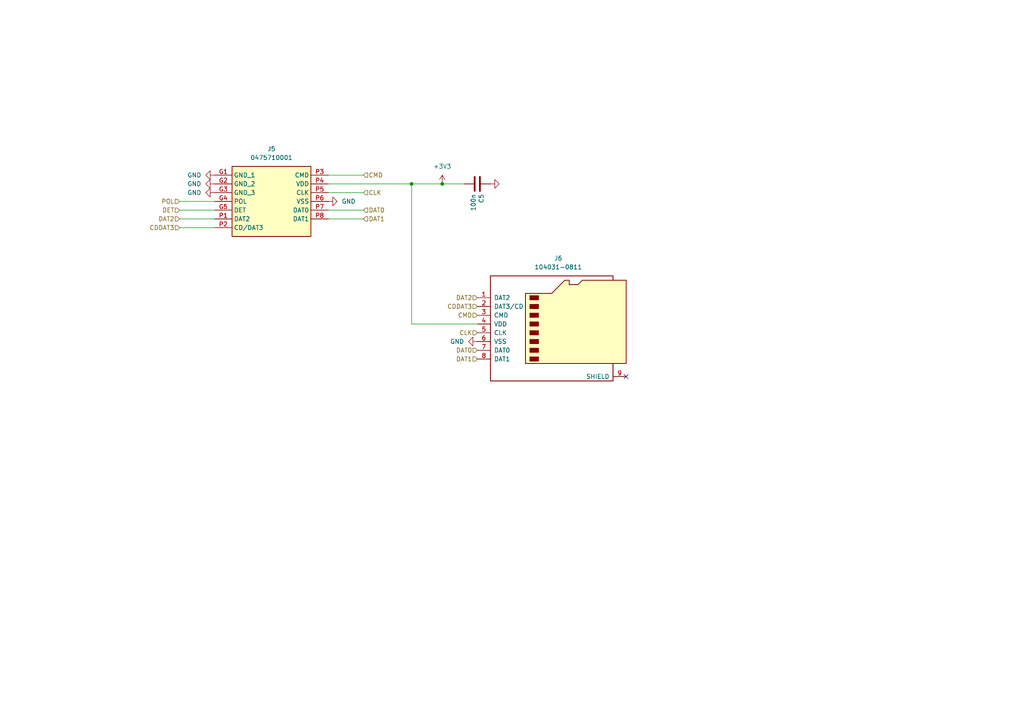
<source format=kicad_sch>
(kicad_sch (version 20250114) (generator "eeschema") (generator_version "9.0")
  (paper "A4")
  (title_block (title "TurboFRANK") (date "2025-03-19") (rev "1.04") (company "Mikhail Matveev") (comment 1 "https://github.com/xtremespb/frank"))
  (lib_symbols
    (symbol "Connector:Micro_SD_Card" (pin_names (offset 1.016))
      (property "Reference" "J" (at -16.51 15.24 0))
      (property "Value" "Micro_SD_Card" (at 16.51 15.24 0))
      (symbol "Micro_SD_Card_0_1"
        (polyline (pts (xy -8.89 -11.43) (xy -8.89 8.89) (xy -1.27 8.89) (xy 2.54 12.7) (xy 3.81 12.7) (xy 3.81 11.43) (xy 6.35 11.43) (xy 7.62 12.7) (xy 20.32 12.7) (xy 20.32 -11.43) (xy -8.89 -11.43)) (stroke (width 0.254)) (fill (type background)))
        (rectangle (start -7.62 8.255) (end -5.08 6.985) (fill (type outline)))
        (rectangle (start -7.62 5.715) (end -5.08 4.445) (fill (type outline)))
        (rectangle (start -7.62 3.175) (end -5.08 1.905) (fill (type outline)))
        (rectangle (start -7.62 0.635) (end -5.08 -0.635) (fill (type outline)))
        (rectangle (start -7.62 -1.905) (end -5.08 -3.175) (fill (type outline)))
        (rectangle (start -7.62 -4.445) (end -5.08 -5.715) (fill (type outline)))
        (rectangle (start -7.62 -6.985) (end -5.08 -8.255) (fill (type outline)))
        (rectangle (start -7.62 -9.525) (end -5.08 -10.795) (fill (type outline)))
        (polyline (pts (xy 16.51 12.7) (xy 16.51 13.97) (xy -19.05 13.97) (xy -19.05 -16.51) (xy 16.51 -16.51) (xy 16.51 -11.43)) (stroke (width 0.254)))
      )
      (symbol "Micro_SD_Card_1_1"
        (pin bidirectional line (at -22.86 7.62 0) (length 3.81) (name "DAT2") (number "1"))
        (pin bidirectional line (at -22.86 5.08 0) (length 3.81) (name "DAT3/CD") (number "2"))
        (pin input line (at -22.86 2.54 0) (length 3.81) (name "CMD") (number "3"))
        (pin power_in line (at -22.86 0 0) (length 3.81) (name "VDD") (number "4"))
        (pin input line (at -22.86 -2.54 0) (length 3.81) (name "CLK") (number "5"))
        (pin power_in line (at -22.86 -5.08 0) (length 3.81) (name "VSS") (number "6"))
        (pin bidirectional line (at -22.86 -7.62 0) (length 3.81) (name "DAT0") (number "7"))
        (pin bidirectional line (at -22.86 -10.16 0) (length 3.81) (name "DAT1") (number "8"))
        (pin passive line (at 20.32 -15.24 180) (length 3.81) (name "SHIELD") (number "9"))
      )
    )
    (symbol "Device:C" (pin_numbers (hide yes)) (pin_names (offset 0.254))
      (property "Reference" "C" (at 0.635 2.54 0))
      (property "Value" "C" (at 0.635 -2.54 0))
      (symbol "C_0_1"
        (polyline (pts (xy -2.032 0.762) (xy 2.032 0.762)) (stroke (width 0.508)))
        (polyline (pts (xy -2.032 -0.762) (xy 2.032 -0.762)) (stroke (width 0.508)))
      )
      (symbol "C_1_1"
        (pin passive line (at 0 3.81 270) (length 2.794) (name "~") (number "1"))
        (pin passive line (at 0 -3.81 90) (length 2.794) (name "~") (number "2"))
      )
    )
    (symbol "FRANK:MicroSD_Short"
      (property "Reference" "SD1" (at 16.51 7.62 0))
      (property "Value" "MicroSD_Short" (at 16.51 5.08 0))
      (symbol "MicroSD_Short_1_1"
        (rectangle (start 5.08 2.54) (end 27.94 -17.78) (stroke (width 0.254)) (fill (type background)))
        (pin passive line (at 0 0 0) (length 5.08) (name "GND_1") (number "G1"))
        (pin passive line (at 0 -2.54 0) (length 5.08) (name "GND_2") (number "G2"))
        (pin passive line (at 0 -5.08 0) (length 5.08) (name "GND_3") (number "G3"))
        (pin passive line (at 0 -7.62 0) (length 5.08) (name "POL") (number "G4"))
        (pin passive line (at 0 -10.16 0) (length 5.08) (name "DET") (number "G5"))
        (pin passive line (at 0 -12.7 0) (length 5.08) (name "DAT2") (number "P1"))
        (pin passive line (at 0 -15.24 0) (length 5.08) (name "CD/DAT3") (number "P2"))
        (pin passive line (at 33.02 0 180) (length 5.08) (name "CMD") (number "P3"))
        (pin passive line (at 33.02 -2.54 180) (length 5.08) (name "VDD") (number "P4"))
        (pin passive line (at 33.02 -5.08 180) (length 5.08) (name "CLK") (number "P5"))
        (pin passive line (at 33.02 -7.62 180) (length 5.08) (name "VSS") (number "P6"))
        (pin passive line (at 33.02 -10.16 180) (length 5.08) (name "DAT0") (number "P7"))
        (pin passive line (at 33.02 -12.7 180) (length 5.08) (name "DAT1") (number "P8"))
      )
    )
    (symbol "GND_1" (power) (pin_numbers (hide yes)) (pin_names (offset 0) (hide yes))
      (property "Value" "GND" (at 0 -3.81 0))
      (symbol "GND_1_0_1"
        (polyline (pts (xy 0 0) (xy 0 -1.27) (xy 1.27 -1.27) (xy 0 -2.54) (xy -1.27 -1.27) (xy 0 -1.27)))
      )
      (symbol "GND_1_1_1"
        (pin power_in line (at 0 0 270) (length 0) (name "~") (number "1"))
      )
    )
    (symbol "power:+3V3" (power) (pin_numbers (hide yes)) (pin_names (offset 0) (hide yes))
      (property "Value" "+3V3" (at 0 3.556 0))
      (symbol "+3V3_0_1"
        (polyline (pts (xy -0.762 1.27) (xy 0 2.54)))
        (polyline (pts (xy 0 2.54) (xy 0.762 1.27)))
        (polyline (pts (xy 0 0) (xy 0 2.54)))
      )
      (symbol "+3V3_1_1"
        (pin power_in line (at 0 0 90) (length 0) (name "~") (number "1"))
      )
    )
    (symbol "power:GND" (power) (pin_numbers (hide yes)) (pin_names (offset 0) (hide yes))
      (property "Value" "GND" (at 0 -3.81 0))
      (symbol "GND_0_1"
        (polyline (pts (xy 0 0) (xy 0 -1.27) (xy 1.27 -1.27) (xy 0 -2.54) (xy -1.27 -1.27) (xy 0 -1.27)))
      )
      (symbol "GND_1_1"
        (pin power_in line (at 0 0 270) (length 0) (name "~") (number "1"))
      )
    )
  )
  (junction (at 128.27 53.34))
  (junction (at 119.38 53.34))
  (no_connect (at 181.61 109.22))
  (wire (pts (xy 95.25 60.96) (xy 105.41 60.96)))
  (wire (pts (xy 119.38 93.98) (xy 119.38 53.34)))
  (wire (pts (xy 95.25 63.5) (xy 105.41 63.5)))
  (wire (pts (xy 52.07 66.04) (xy 62.23 66.04)))
  (wire (pts (xy 52.07 63.5) (xy 62.23 63.5)))
  (wire (pts (xy 95.25 50.8) (xy 105.41 50.8)))
  (wire (pts (xy 128.27 53.34) (xy 134.62 53.34)))
  (wire (pts (xy 95.25 55.88) (xy 105.41 55.88)))
  (wire (pts (xy 138.43 93.98) (xy 119.38 93.98)))
  (wire (pts (xy 52.07 58.42) (xy 62.23 58.42)))
  (wire (pts (xy 95.25 53.34) (xy 119.38 53.34)))
  (wire (pts (xy 119.38 53.34) (xy 128.27 53.34)))
  (wire (pts (xy 52.07 60.96) (xy 62.23 60.96)))
  (hierarchical_label "CLK" (shape input) (at 105.41 55.88 0))
  (hierarchical_label "DAT0" (shape input) (at 105.41 60.96 0))
  (hierarchical_label "CMD" (shape input) (at 138.43 91.44 180))
  (hierarchical_label "DAT1" (shape input) (at 105.41 63.5 0))
  (hierarchical_label "DAT2" (shape input) (at 138.43 86.36 180))
  (hierarchical_label "DET" (shape input) (at 52.07 60.96 180))
  (hierarchical_label "DAT0" (shape input) (at 138.43 101.6 180))
  (hierarchical_label "DAT1" (shape input) (at 138.43 104.14 180))
  (hierarchical_label "CDDAT3" (shape input) (at 138.43 88.9 180))
  (hierarchical_label "CDDAT3" (shape input) (at 52.07 66.04 180))
  (hierarchical_label "DAT2" (shape input) (at 52.07 63.5 180))
  (hierarchical_label "POL" (shape input) (at 52.07 58.42 180))
  (hierarchical_label "CLK" (shape input) (at 138.43 96.52 180))
  (hierarchical_label "CMD" (shape input) (at 105.41 50.8 0))
  (symbol (lib_id "Device:C") (at 138.43 53.34 270) (unit 1)
    (property "Reference" "C5" (at 139.5984 56.261 0) (effects (justify left)))
    (property "Value" "100n" (at 137.287 56.261 0) (effects (justify left)))
    (property "Footprint" "FRANK:Capacitor (0805)" (effects (hide yes)))
    (property "Datasheet" "https://eu.mouser.com/datasheet/2/40/KGM_X7R-3223212.pdf" (effects (hide yes)))
    (property "AliExpress" "https://www.aliexpress.com/item/33008008276.html" (effects (hide yes)))
  )
  (symbol (lib_id "power:+3V3") (at 128.27 53.34 0) (unit 1)
    (property "Reference" "#PWR028" (effects (hide yes)))
    (property "Value" "+3V3" (at 128.27 48.26 0))
    (property "Description" "Power symbol creates a global label with name \"+3V3\"" (effects (hide yes)))
  )
  (symbol (lib_id "power:GND") (at 142.24 53.34 90) (unit 1)
    (property "Reference" "#PWR029" (effects (hide yes)))
    (property "Value" "GND" (effects (hide yes)))
    (property "Description" "Power symbol creates a global label with name \"GND\" , ground" (effects (hide yes)))
  )
  (symbol (lib_name "GND_1") (lib_id "power:GND") (at 62.23 53.34 270) (unit 1)
    (property "Reference" "#PWR027" (effects (hide yes)))
    (property "Value" "GND" (at 58.42 53.3399 90) (effects (justify right)))
    (property "Description" "Power symbol creates a global label with name \"GND\" , ground" (effects (hide yes)))
  )
  (symbol (lib_id "FRANK:MicroSD_Short") (at 62.23 50.8 0) (unit 1)
    (property "Reference" "J5" (at 78.74 43.18 0))
    (property "Value" "0475710001" (at 78.74 45.72 0))
    (property "Footprint" "FRANK:MicroSD (SMD, short)" (effects (hide yes)))
    (property "Datasheet" "https://componentsearchengine.com/Datasheets/2/47571-0001.pdf" (effects (hide yes)))
    (property "Description" "Memory Card Connectors ASSY FOR TFR HEADER HEADER W/DETECT PIN" (effects (hide yes)))
    (property "Height" "2.3" (effects (hide yes)))
    (property "Mouser Part Number" "538-47571-0001" (effects (hide yes)))
    (property "Mouser Price/Stock" "https://www.mouser.co.uk/ProductDetail/Molex/47571-0001?qs=qM7ngqbhX5UTJOg9nqKLJQ%3D%3D" (effects (hide yes)))
    (property "Manufacturer_Name" "Molex" (effects (hide yes)))
    (property "Manufacturer_Part_Number" "47571-0001" (effects (hide yes)))
    (property "AliExpress" "https://www.aliexpress.com/item/1005005302426366.html" (effects (hide yes)))
  )
  (symbol (lib_name "GND_1") (lib_id "power:GND") (at 95.25 58.42 90) (unit 1)
    (property "Reference" "#PWR031" (effects (hide yes)))
    (property "Value" "GND" (at 99.06 58.4199 90) (effects (justify right)))
    (property "Description" "Power symbol creates a global label with name \"GND\" , ground" (effects (hide yes)))
  )
  (symbol (lib_id "power:GND") (at 138.43 99.06 270) (unit 1)
    (property "Reference" "#PWR032" (effects (hide yes)))
    (property "Value" "GND" (at 134.62 99.0599 90) (effects (justify right)))
  )
  (symbol (lib_id "Connector:Micro_SD_Card") (at 161.29 93.98 0) (unit 1)
    (property "Reference" "J6" (at 161.925 74.93 0))
    (property "Value" "104031-0811" (at 161.925 77.47 0))
    (property "Footprint" "FRANK:MicroSD (SMD, long)" (effects (hide yes)))
    (property "Datasheet" "https://www.we-online.com/components/products/datasheet/693072010801.pdf" (effects (hide yes)))
    (property "Description" "Micro SD Card Socket" (effects (hide yes)))
    (property "AliExpress" "https://www.aliexpress.com/item/1005004214252441.html" (effects (hide yes)))
  )
  (symbol (lib_name "GND_1") (lib_id "power:GND") (at 62.23 55.88 270) (unit 1)
    (property "Reference" "#PWR030" (effects (hide yes)))
    (property "Value" "GND" (at 58.42 55.8799 90) (effects (justify right)))
    (property "Description" "Power symbol creates a global label with name \"GND\" , ground" (effects (hide yes)))
  )
  (symbol (lib_name "GND_1") (lib_id "power:GND") (at 62.23 50.8 270) (unit 1)
    (property "Reference" "#PWR026" (effects (hide yes)))
    (property "Value" "GND" (at 58.42 50.7999 90) (effects (justify right)))
    (property "Description" "Power symbol creates a global label with name \"GND\" , ground" (effects (hide yes)))
  )
)
</source>
